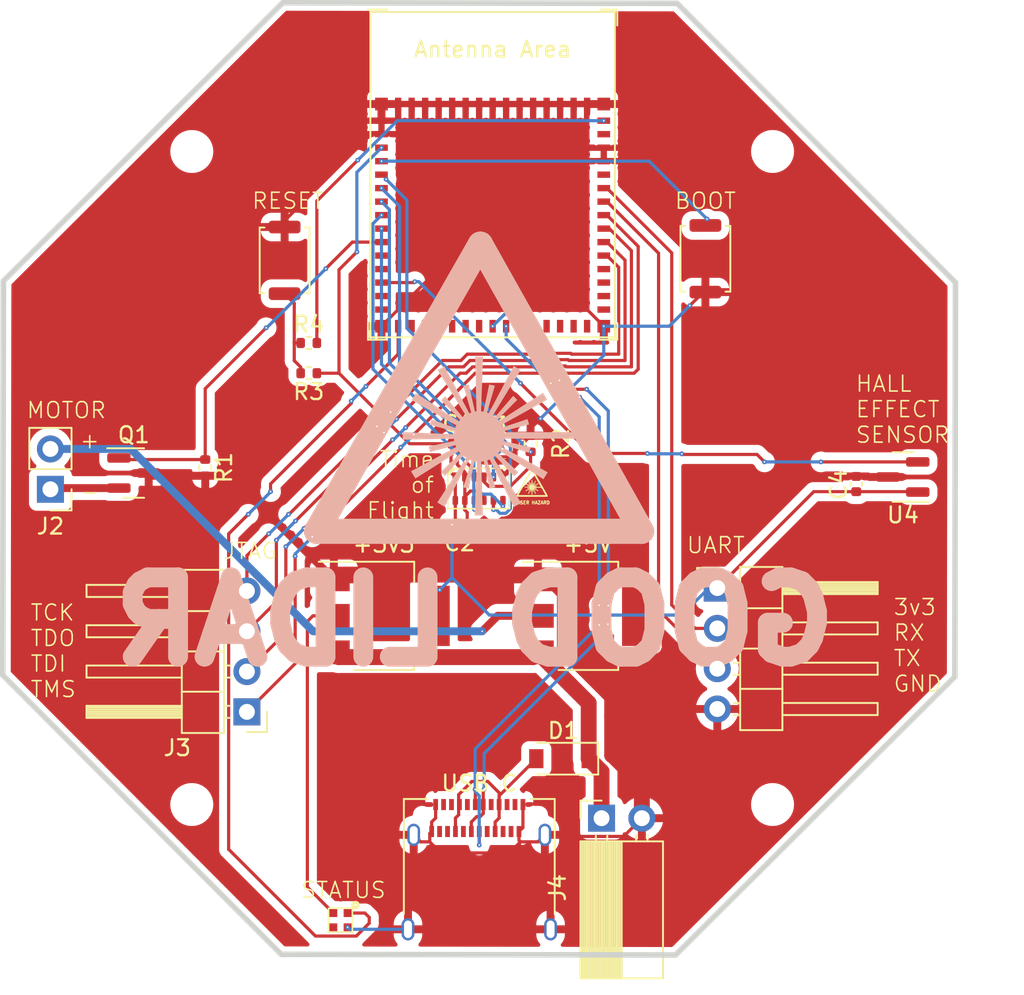
<source format=kicad_pcb>
(kicad_pcb (version 20221018) (generator pcbnew)
  (layers (0 "F.Cu" signal) (31 "B.Cu" signal) (34 "B.Paste" user) (35 "F.Paste" user) (36 "B.SilkS" user "B.Silkscreen") (37 "F.SilkS" user "F.Silkscreen") (38 "B.Mask" user) (39 "F.Mask" user) (44 "Edge.Cuts" user))
  (net 0 "")
  (net 1 "GND")
  (net 2 "+3.3V")
  (net 3 "VIN")
  (net 4 "Net-(D1-A)")
  (net 5 "RX")
  (net 6 "TX")
  (net 7 "Net-(Q1-E)")
  (net 8 "+5V")
  (net 9 "TMS")
  (net 10 "TDI")
  (net 11 "TDO")
  (net 12 "TCK")
  (net 13 "Enable_Motor")
  (net 14 "Enable")
  (net 15 "Net-(U5-GPIO0{slash}BOOT)")
  (net 16 "GPIO1")
  (net 17 "SCL")
  (net 18 "SDA")
  (net 19 "GPIO0")
  (net 20 "Hall_Effect_Sensor")
  (net 22 "D+")
  (net 23 "D-")
  (net 49 "Net-(U5-EN)")
  (net 50 "SLED")
  (net 51 "Net-(R3-Pad2)")
  (footprint "Capacitor_SMD:C_0402_1005Metric" (layer "F.Cu") (at 162.75 99.695 -90)
    (fp_text reference "C4")
    (fp_text value " X7R 0.1 μF 6.3 V")
  )
  (footprint "Button_Switch_SMD:SW_Push_SPST_NO_Alps_SKRK" (layer "F.Cu") (at 126.75 85.6 90)
    (fp_text reference "SW2" hide)
    (fp_text value "RESET")
  )
  (footprint "PCM_Espressif:ESP32-S3-MINI-1" (layer "F.Cu") (at 139.85 82.75)
    (fp_text reference "U5" hide)
    (fp_text value "ESP32-S3-MINI-1")
  )
  (footprint "Connector_PinSocket_2.54mm:PinSocket_1x02_P2.54mm_Horizontal" (layer "F.Cu") (at 146.71 120.75 90)
    (fp_text reference "J4")
    (fp_text value "VIN")
  )
  (footprint "Package_TO_SOT_SMD:SOT-23" (layer "F.Cu") (at 165.6875 99.25 180)
    (fp_text reference "U4")
    (fp_text value "DRV5055A2xDBZxQ1")
  )
  (footprint "Connector_PinHeader_2.54mm:PinHeader_1x04_P2.54mm_Horizontal" (layer "F.Cu") (at 124.375 114.05 180)
    (fp_text reference "J3")
    (fp_text value "JTAG")
  )
  (footprint "MountingHole:MountingHole_2.2mm_M2" (layer "F.Cu") (at 120.904 78.74)
    (fp_text reference "H3" hide)
    (fp_text value "MountingHole_Pad")
  )
  (footprint "Resistor_SMD:R_0402_1005Metric" (layer "F.Cu") (at 128.27 92.71 180)
    (fp_text reference "R3")
    (fp_text value "1 Mohm")
  )
  (footprint "Connector_PinHeader_2.54mm:PinHeader_1x02_P2.54mm_Vertical" (layer "F.Cu") (at 112 100.025 180)
    (fp_text reference "J2")
    (fp_text value "Motor")
  )
  (footprint "led:LC8805B-1515" (layer "F.Cu") (at 130.267722 131.326148 180)
    (fp_text reference "U3" hide)
    (fp_text value "~")
  )
  (footprint "Package_TO_SOT_SMD:SOT-23" (layer "F.Cu") (at 117.25 99)
    (fp_text reference "Q1")
    (fp_text value "BC847")
  )
  (footprint "Connector_USB:USB_C_Receptacle_Amphenol_12401610E4-2A" (layer "F.Cu") (at 139.01 124.91)
    (fp_text reference "USB C")
    (fp_text value "USB_C_Receptacle_USB2.0")
  )
  (footprint "Connector_PinHeader_2.54mm:PinHeader_1x04_P2.54mm_Horizontal" (layer "F.Cu") (at 154 106.25)
    (fp_text reference "J1" hide)
    (fp_text value "UART")
  )
  (footprint "MountingHole:MountingHole_2.2mm_M2" (layer "F.Cu") (at 157.48 119.888)
    (fp_text reference "H1" hide)
    (fp_text value "MountingHole_Pad")
  )
  (footprint "Diode_SMD:D_SOD-123" (layer "F.Cu") (at 144.25 117 180)
    (fp_text reference "D1")
    (fp_text value "MBR0520")
  )
  (footprint "MountingHole:MountingHole_2.2mm_M2" (layer "F.Cu") (at 157.48 78.74)
    (fp_text reference "H2" hide)
    (fp_text value "MountingHole_Pad")
  )
  (footprint "Package_TO_SOT_SMD:SOT-223-3_TabPin2" (layer "F.Cu") (at 133 108)
    (fp_text reference "+3v3")
    (fp_text value "AMS1117-3.3")
  )
  (footprint "Resistor_SMD:R_0402_1005Metric" (layer "F.Cu") (at 128.27 90.805)
    (fp_text reference "R4")
    (fp_text value "1 Mohm")
  )
  (footprint "Resistor_SMD:R_0402_1005Metric" (layer "F.Cu") (at 142.24 97.155 90)
    (fp_text reference "R2")
    (fp_text value "1Mohm")
  )
  (footprint "ToF:TMF8805" (layer "F.Cu") (at 138.996857 93.62647)
    (fp_text reference "U2" hide)
    (fp_text value "~")
  )
  (footprint "Resistor_SMD:R_0402_1005Metric" (layer "F.Cu") (at 121.75 98.6625 -90)
    (fp_text reference "R1")
    (fp_text value "1Mohm")
  )
  (footprint "Capacitor_SMD:C_0402_1005Metric" (layer "F.Cu") (at 137.77 97.155 180)
    (fp_text reference "C1")
    (fp_text value " X7R 0.1 μF 6.3 V")
  )
  (footprint "MountingHole:MountingHole_2.2mm_M2" (layer "F.Cu") (at 120.904 119.888)
    (fp_text reference "H5" hide)
    (fp_text value "MountingHole_Pad")
  )
  (footprint "Package_TO_SOT_SMD:SOT-223-3_TabPin2" (layer "F.Cu") (at 145.85 108)
    (fp_text reference "+5V")
    (fp_text value "AMS1117-5.0")
  )
  (footprint "Button_Switch_SMD:SW_Push_SPST_NO_Alps_SKRK" (layer "F.Cu") (at 153.25 85.5 90)
    (fp_text reference "SW1" hide)
    (fp_text value "BOOT")
  )
  (footprint "Capacitor_SMD:C_0402_1005Metric" (layer "F.Cu") (at 139.77 97.155)
    (fp_text reference "C3")
    (fp_text value " X7R 0.1 μF 6.3 V")
  )
  (footprint "Capacitor_SMD:C_0402_1005Metric" (layer "F.Cu") (at 137.77 102.25 180)
    (fp_text reference "C2")
    (fp_text value " X7R 0.1 μF 6.3 V")
  )
  (gr_poly (pts (xy 149.273751 101.87918) (xy 149.314064 101.882245) (xy 149.35379 101.887292) (xy 149.39288 101.894272) (xy 149.431284 101.903134) (xy 149.468952 101.913829) (xy 149.505834 101.926308) (xy 149.54188 101.940519) (xy 149.577041 101.956413) (xy 149.611266 101.973941) (xy 149.644506 101.993052) (xy 149.676711 102.013697) (xy 149.70783 102.035826) (xy 149.737815 102.059389) (xy 149.766615 102.084336) (xy 149.794181 102.110617) (xy 149.820462 102.138182) (xy 149.845409 102.166982) (xy 149.868971 102.196967) (xy 149.8911 102.228087) (xy 149.911745 102.260292) (xy 149.930857 102.293531) (xy 149.948384 102.327757) (xy 149.964279 102.362917) (xy 149.97849 102.398963) (xy 149.990968 102.435845) (xy 150.001663 102.473513) (xy 150.010525 102.511917) (xy 150.017505 102.551007) (xy 150.022552 102.590734) (xy 150.025617 102.631047) (xy 150.02665 102.671896) (xy 150.025618 102.712746) (xy 150.022555 102.753059) (xy 150.017512 102.792785) (xy 150.010536 102.831875) (xy 150.001679 102.870279) (xy 149.990991 102.907947) (xy 149.97852 102.944829) (xy 149.964316 102.980876) (xy 149.94843 103.016036) (xy 149.93091 103.050261) (xy 149.911807 103.083501) (xy 149.89117 103.115706) (xy 149.869049 103.146826) (xy 149.845494 103.176811) (xy 149.820555 103.205611) (xy 149.79428 103.233177) (xy 149.76672 103.259458) (xy 149.737925 103.284405) (xy 149.707944 103.307968) (xy 149.676827 103.330097) (xy 149.644624 103.350742) (xy 149.611383 103.369853) (xy 149.577156 103.387381) (xy 149.541992 103.403275) (xy 149.50594 103.417487) (xy 149.46905 103.429965) (xy 149.431373 103.44066) (xy 149.392956 103.449522) (xy 149.353851 103.456502) (xy 149.314107 103.461549) (xy 149.273774 103.464614) (xy 149.232901 103.465647) (xy 128.760767 103.465647) (xy 128.719917 103.464614) (xy 128.679604 103.461549) (xy 128.639877 103.456502) (xy 128.600787 103.449522) (xy 128.562383 103.44066) (xy 128.524715 103.429965) (xy 128.487833 103.417487) (xy 128.451787 103.403275) (xy 128.416626 103.387381) (xy 128.382401 103.369853) (xy 128.349161 103.350742) (xy 128.316956 103.330097) (xy 128.285837 103.307968) (xy 128.255852 103.284405) (xy 128.227052 103.259458) (xy 128.199486 103.233177) (xy 128.173205 103.205611) (xy 128.148258 103.176811) (xy 128.124695 103.146826) (xy 128.102566 103.115706) (xy 128.081921 103.083501) (xy 128.06281 103.050261) (xy 128.045282 103.016036) (xy 128.029388 102.980876) (xy 128.015177 102.944829) (xy 128.002699 102.907947) (xy 127.992004 102.870279) (xy 127.983141 102.831875) (xy 127.976161 102.792785) (xy 127.971114 102.753059) (xy 127.968049 102.712746) (xy 127.967017 102.671896) (xy 127.968049 102.631047) (xy 127.971114 102.590734) (xy 127.976161 102.551007) (xy 127.983141 102.511917) (xy 127.992004 102.473513) (xy 128.002699 102.435845) (xy 128.015177 102.398963) (xy 128.029388 102.362917) (xy 128.045282 102.327757) (xy 128.06281 102.293531) (xy 128.081921 102.260292) (xy 128.102566 102.228087) (xy 128.124695 102.196967) (xy 128.148258 102.166982) (xy 128.173205 102.138182) (xy 128.199486 102.110617) (xy 128.227052 102.084336) (xy 128.255852 102.059389) (xy 128.285837 102.035826) (xy 128.316956 102.013697) (xy 128.349161 101.993052) (xy 128.382401 101.973941) (xy 128.416626 101.956413) (xy 128.451787 101.940519) (xy 128.487833 101.926308) (xy 128.524715 101.913829) (xy 128.562383 101.903134) (xy 128.600787 101.894272) (xy 128.639877 101.887292) (xy 128.679604 101.882245) (xy 128.719917 101.87918) (xy 128.760767 101.878147) (xy 149.232901 101.878147)) (fill solid) (layer "B.SilkS"))
  (gr_poly (pts (xy 139.13541 83.788755) (xy 139.173819 83.792362) (xy 139.212161 83.79787) (xy 139.250368 83.805299) (xy 139.288371 83.814667) (xy 139.326103 83.825992) (xy 139.363495 83.839293) (xy 139.400479 83.854589) (xy 139.436988 83.871899) (xy 139.472952 83.891241) (xy 139.507915 83.912378) (xy 139.541406 83.935015) (xy 139.573406 83.959082) (xy 139.603895 83.984513) (xy 139.632856 84.011239) (xy 139.66027 84.039193) (xy 139.686118 84.068305) (xy 139.710382 84.098509) (xy 139.733042 84.129736) (xy 139.754081 84.161919) (xy 139.77348 84.194988) (xy 139.79122 84.228877) (xy 139.807282 84.263516) (xy 139.821649 84.298839) (xy 139.834301 84.334777) (xy 139.84522 84.371262) (xy 139.854387 84.408226) (xy 139.861783 84.445601) (xy 139.86739 84.483319) (xy 139.87119 84.521311) (xy 139.873164 84.559511) (xy 139.873292 84.59785) (xy 139.871558 84.63626) (xy 139.867941 84.674673) (xy 139.862423 84.71302) (xy 139.854987 84.751235) (xy 139.845612 84.789248) (xy 139.834281 84.826992) (xy 139.820975 84.864399) (xy 139.805675 84.901401) (xy 139.788363 84.937929) (xy 139.76902 84.973917) (xy 129.45027 103.064801) (xy 129.4362 103.088578) (xy 129.421438 103.111687) (xy 129.406004 103.13412) (xy 129.38992 103.155874) (xy 129.373206 103.176941) (xy 129.355884 103.197317) (xy 129.337973 103.216995) (xy 129.319496 103.235971) (xy 129.300473 103.254238) (xy 129.280924 103.271791) (xy 129.260871 103.288624) (xy 129.240334 103.304732) (xy 129.219335 103.320108) (xy 129.197895 103.334749) (xy 129.176033 103.348647) (xy 129.153772 103.361797) (xy 129.131131 103.374194) (xy 129.108133 103.385831) (xy 129.084797 103.396704) (xy 129.061144 103.406807) (xy 129.012974 103.424679) (xy 128.963789 103.439402) (xy 128.913755 103.450932) (xy 128.888473 103.455485) (xy 128.863041 103.459223) (xy 128.83748 103.46214) (xy 128.811813 103.464231) (xy 128.786058 103.465489) (xy 128.760237 103.46591) (xy 128.735219 103.465513) (xy 128.710181 103.464317) (xy 128.685142 103.462318) (xy 128.660121 103.459511) (xy 128.635136 103.455892) (xy 128.610205 103.451456) (xy 128.585345 103.446198) (xy 128.560576 103.440114) (xy 128.535916 103.433199) (xy 128.511382 103.425448) (xy 128.486993 103.416858) (xy 128.462767 103.407422) (xy 128.438723 103.397136) (xy 128.414878 103.385997) (xy 128.391251 103.373998) (xy 128.36786 103.361136) (xy 128.332896 103.340023) (xy 128.299405 103.317409) (xy 128.267406 103.293362) (xy 128.236916 103.267951) (xy 128.207954 103.241242) (xy 128.18054 103.213305) (xy 128.154691 103.184207) (xy 128.130426 103.154016) (xy 128.107763 103.122801) (xy 128.086722 103.090629) (xy 128.067321 103.057568) (xy 128.049577 103.023686) (xy 128.033511 102.989052) (xy 128.01914 102.953733) (xy 128.006483 102.917797) (xy 127.995558 102.881313) (xy 127.986385 102.844349) (xy 127.978981 102.806971) (xy 127.973365 102.769249) (xy 127.969556 102.731251) (xy 127.967573 102.693044) (xy 127.967433 102.654697) (xy 127.969155 102.616277) (xy 127.972759 102.577853) (xy 127.978262 102.539492) (xy 127.985683 102.501263) (xy 127.99504 102.463233) (xy 128.006353 102.425471) (xy 128.01964 102.388045) (xy 128.034918 102.351022) (xy 128.052208 102.314471) (xy 128.071527 102.27846) (xy 138.390277 84.187575) (xy 138.411414 84.15261) (xy 138.434053 84.119117) (xy 138.458124 84.087114) (xy 138.483559 84.05662) (xy 138.510291 84.027652) (xy 138.538251 84.000232) (xy 138.56737 83.974376) (xy 138.597582 83.950103) (xy 138.628817 83.927433) (xy 138.661007 83.906383) (xy 138.694085 83.886974) (xy 138.727981 83.869222) (xy 138.762629 83.853148) (xy 138.79796 83.838769) (xy 138.833905 83.826105) (xy 138.870396 83.815174) (xy 138.907366 83.805994) (xy 138.944746 83.798586) (xy 138.982467 83.792966) (xy 139.020463 83.789155) (xy 139.058664 83.78717) (xy 139.097002 83.78703)) (fill solid) (layer "B.SilkS"))
  (gr_poly (pts (xy 139.123702 95.114075) (xy 139.273456 95.137623) (xy 139.633554 93.419948) (xy 139.993387 93.498529) (xy 139.49597 95.193185) (xy 139.607095 95.234724) (xy 141.175545 92.258162) (xy 141.613959 92.506341) (xy 139.866916 95.372307) (xy 140.001324 95.470997) (xy 141.146705 94.135116) (xy 141.398853 94.391498) (xy 140.169599 95.629747) (xy 140.254265 95.730553) (xy 143.021014 93.946203) (xy 143.285597 94.376151) (xy 140.408253 95.972119) (xy 140.478633 96.128487) (xy 142.04523 95.600113) (xy 142.150006 95.941691) (xy 140.545837 96.351001) (xy 140.584466 96.426936) (xy 145.189803 96.426936) (xy 145.189803 96.83466) (xy 140.584466 96.83466) (xy 140.558008 96.98706) (xy 142.249224 97.369118) (xy 142.133336 97.722072) (xy 140.496095 97.222274) (xy 140.444237 97.352185) (xy 143.318404 98.956618) (xy 143.048266 99.392386) (xy 140.295541 97.61174) (xy 140.186267 97.749853) (xy 141.466323 98.956618) (xy 141.201739 99.204796) (xy 140.002647 97.926596) (xy 139.883319 98.01523) (xy 141.642799 100.88596) (xy 141.190891 101.13414) (xy 139.658424 98.140908) (xy 139.504172 98.202292) (xy 140.022226 99.888479) (xy 139.669536 99.987698) (xy 139.288272 98.258118) (xy 139.123702 98.279549) (xy 139.234032 101.674418) (xy 138.715714 101.674418) (xy 138.859118 98.284312) (xy 138.707512 98.284312) (xy 138.341064 99.987698) (xy 138.004778 99.899327) (xy 138.52151 98.231924) (xy 138.378899 98.158371) (xy 136.822356 101.13414) (xy 136.367537 100.857119) (xy 138.178345 98.041689) (xy 137.98467 97.91707) (xy 136.842993 99.182835) (xy 136.57841 98.922488) (xy 137.821951 97.754087) (xy 137.715589 97.629468) (xy 134.986941 99.343968) (xy 134.70569 98.893383) (xy 137.561601 97.356682) (xy 137.511331 97.240001) (xy 135.925418 97.68212) (xy 135.8262 97.32652) (xy 137.438041 96.975153) (xy 137.414229 96.830426) (xy 134.188958 96.900805) (xy 134.188958 96.425349) (xy 137.414229 96.55764) (xy 137.446243 96.380635) (xy 135.875676 95.958095) (xy 135.999766 95.615196) (xy 137.503657 96.172937) (xy 137.576947 95.998576) (xy 134.746964 94.407901) (xy 135.028216 93.969752) (xy 137.730141 95.749074) (xy 137.809251 95.651973) (xy 136.607514 94.420337) (xy 136.863631 94.168189) (xy 137.973029 95.491105) (xy 138.148447 95.361459) (xy 136.384205 92.518512) (xy 136.814153 92.270597) (xy 138.384985 95.247159) (xy 138.503519 95.193185) (xy 138.004778 93.490062) (xy 138.351912 93.428149) (xy 138.736616 95.128362) (xy 138.837158 95.114075) (xy 138.748787 91.658616) (xy 139.24488 91.658616)) (fill solid) (layer "B.SilkS"))
  (gr_poly (pts (xy 139.106254 83.78765) (xy 139.144437 83.789896) (xy 139.1824 83.793969) (xy 139.220075 83.799851) (xy 139.257395 83.807521) (xy 139.294291 83.816962) (xy 139.330695 83.828152) (xy 139.36654 83.841074) (xy 139.401758 83.855707) (xy 139.436281 83.872032) (xy 139.470041 83.89003) (xy 139.502971 83.909682) (xy 139.535002 83.930967) (xy 139.566067 83.953867) (xy 139.596098 83.978362) (xy 139.625027 84.004433) (xy 139.652787 84.032061) (xy 139.679309 84.061226) (xy 139.704526 84.091908) (xy 139.728369 84.124089) (xy 139.750772 84.157749) (xy 139.771665 84.192868) (xy 149.925049 102.283753) (xy 149.944142 102.319882) (xy 149.9612 102.356538) (xy 149.976242 102.393654) (xy 149.989287 102.431162) (xy 150.000354 102.468993) (xy 150.009463 102.507079) (xy 150.016633 102.545354) (xy 150.021883 102.583748) (xy 150.025231 102.622195) (xy 150.026698 102.660625) (xy 150.026302 102.698972) (xy 150.024062 102.737166) (xy 150.019997 102.775141) (xy 150.014128 102.812829) (xy 150.006472 102.85016) (xy 149.997049 102.887068) (xy 149.985878 102.923485) (xy 149.972978 102.959342) (xy 149.958369 102.994572) (xy 149.942069 103.029107) (xy 149.924098 103.062879) (xy 149.904474 103.095819) (xy 149.883217 103.127861) (xy 149.860346 103.158936) (xy 149.835881 103.188976) (xy 149.80984 103.217913) (xy 149.782242 103.245679) (xy 149.753106 103.272207) (xy 149.722453 103.297429) (xy 149.6903 103.321276) (xy 149.656667 103.34368) (xy 149.621573 103.364575) (xy 149.598387 103.377006) (xy 149.574976 103.388604) (xy 149.55136 103.399373) (xy 149.527555 103.409318) (xy 149.50358 103.418443) (xy 149.479452 103.426752) (xy 149.455189 103.43425) (xy 149.430809 103.44094) (xy 149.40633 103.446827) (xy 149.381769 103.451916) (xy 149.357145 103.45621) (xy 149.332475 103.459713) (xy 149.307777 103.462431) (xy 149.283069 103.464367) (xy 149.258369 103.465525) (xy 149.233695 103.46591) (xy 149.181732 103.464207) (xy 149.130136 103.459128) (xy 149.079077 103.450723) (xy 149.028721 103.439039) (xy 148.979238 103.424123) (xy 148.930796 103.406026) (xy 148.883565 103.384793) (xy 148.837712 103.360474) (xy 148.793406 103.333116) (xy 148.750816 103.302768) (xy 148.710111 103.269478) (xy 148.671458 103.233293) (xy 148.635027 103.194261) (xy 148.600986 103.152432) (xy 148.569504 103.107852) (xy 148.540749 103.06057) (xy 138.387366 84.969685) (xy 138.368273 84.933557) (xy 138.351215 84.896902) (xy 138.336174 84.85979) (xy 138.323129 84.822287) (xy 138.312062 84.784462) (xy 138.302953 84.746382) (xy 138.295785 84.708116) (xy 138.290536 84.66973) (xy 138.28719 84.631294) (xy 138.285725 84.592874) (xy 138.286124 84.554538) (xy 138.288367 84.516355) (xy 138.292435 84.478392) (xy 138.298309 84.440716) (xy 138.30597 84.403397) (xy 138.315399 84.366501) (xy 138.326576 84.330097) (xy 138.339483 84.294252) (xy 138.354101 84.259034) (xy 138.37041 84.224511) (xy 138.388392 84.190751) (xy 138.408027 84.157821) (xy 138.429296 84.12579) (xy 138.45218 84.094725) (xy 138.47666 84.064694) (xy 138.502718 84.035764) (xy 138.530333 84.008005) (xy 138.559486 83.981483) (xy 138.59016 83.956266) (xy 138.622334 83.932423) (xy 138.655989 83.91002) (xy 138.691107 83.889127) (xy 138.727236 83.869987) (xy 138.76389 83.852889) (xy 138.801002 83.837812) (xy 138.838505 83.824738) (xy 138.87633 83.813646) (xy 138.91441 83.804518) (xy 138.952676 83.797334) (xy 138.991062 83.792074) (xy 139.029498 83.78872) (xy 139.067918 83.787252)) (fill solid) (layer "B.SilkS"))
  (gr_poly (pts (xy 139.080917 95.116136) (xy 139.161416 95.122257) (xy 139.240745 95.132337) (xy 139.318804 95.146277) (xy 139.395493 95.163977) (xy 139.470713 95.185337) (xy 139.544364 95.210258) (xy 139.616347 95.23864) (xy 139.686562 95.270383) (xy 139.754909 95.305388) (xy 139.821289 95.343556) (xy 139.885602 95.384787) (xy 139.947749 95.42898) (xy 140.00763 95.476037) (xy 140.065145 95.525858) (xy 140.120195 95.578344) (xy 140.172681 95.633394) (xy 140.222502 95.690909) (xy 140.269559 95.75079) (xy 140.313752 95.812937) (xy 140.354983 95.87725) (xy 140.39315 95.943631) (xy 140.428156 96.011978) (xy 140.459899 96.082193) (xy 140.488281 96.154175) (xy 140.513202 96.227826) (xy 140.534562 96.303046) (xy 140.552262 96.379736) (xy 140.566201 96.457794) (xy 140.576282 96.537123) (xy 140.582403 96.617622) (xy 140.584466 96.699192) (xy 140.582403 96.780762) (xy 140.576282 96.861261) (xy 140.566201 96.94059) (xy 140.552262 97.018649) (xy 140.534562 97.095338) (xy 140.513202 97.170558) (xy 140.488281 97.244209) (xy 140.459899 97.316192) (xy 140.428156 97.386407) (xy 140.39315 97.454754) (xy 140.354983 97.521134) (xy 140.313752 97.585447) (xy 140.269559 97.647594) (xy 140.222502 97.707475) (xy 140.172681 97.764991) (xy 140.120195 97.820041) (xy 140.065145 97.872526) (xy 140.00763 97.922347) (xy 139.947749 97.969404) (xy 139.885602 98.013598) (xy 139.821289 98.054828) (xy 139.754909 98.092996) (xy 139.686562 98.128002) (xy 139.616347 98.159745) (xy 139.544364 98.188127) (xy 139.470713 98.213048) (xy 139.395493 98.234408) (xy 139.318804 98.252108) (xy 139.240745 98.266047) (xy 139.161416 98.276128) (xy 139.080917 98.282249) (xy 138.999347 98.284312) (xy 138.917777 98.282249) (xy 138.837278 98.276128) (xy 138.757949 98.266047) (xy 138.67989 98.252108) (xy 138.603201 98.234408) (xy 138.527981 98.213048) (xy 138.45433 98.188127) (xy 138.382347 98.159745) (xy 138.312132 98.128002) (xy 138.243785 98.092996) (xy 138.177405 98.054828) (xy 138.113092 98.013598) (xy 138.050945 97.969404) (xy 137.991064 97.922347) (xy 137.933549 97.872526) (xy 137.878499 97.820041) (xy 137.826013 97.764991) (xy 137.776192 97.707475) (xy 137.729135 97.647594) (xy 137.684941 97.585447) (xy 137.643711 97.521134) (xy 137.605543 97.454754) (xy 137.570538 97.386407) (xy 137.538795 97.316192) (xy 137.510413 97.244209) (xy 137.485492 97.170558) (xy 137.464132 97.095338) (xy 137.446432 97.018649) (xy 137.432492 96.94059) (xy 137.422412 96.861261) (xy 137.416291 96.780762) (xy 137.414228 96.699192) (xy 137.416291 96.617622) (xy 137.422412 96.537123) (xy 137.432492 96.457794) (xy 137.446432 96.379736) (xy 137.464132 96.303046) (xy 137.485492 96.227826) (xy 137.510413 96.154175) (xy 137.538795 96.082193) (xy 137.570538 96.011978) (xy 137.605543 95.943631) (xy 137.643711 95.87725) (xy 137.684941 95.812937) (xy 137.729135 95.75079) (xy 137.776192 95.690909) (xy 137.826013 95.633394) (xy 137.878499 95.578344) (xy 137.933549 95.525858) (xy 137.991064 95.476037) (xy 138.050945 95.42898) (xy 138.113092 95.384787) (xy 138.177405 95.343556) (xy 138.243785 95.305388) (xy 138.312132 95.270383) (xy 138.382347 95.23864) (xy 138.45433 95.210258) (xy 138.527981 95.185337) (xy 138.603201 95.163977) (xy 138.67989 95.146277) (xy 138.757949 95.132337) (xy 138.837278 95.122257) (xy 138.917777 95.116136) (xy 138.999347 95.114073)) (fill solid) (layer "B.SilkS"))
  (gr_line (start 169 87) (end 151.466595 69.409759) (stroke (width 0.349999)) (layer "Edge.Cuts"))
  (gr_line (start 168.959813 111.836166) (end 169 87) (stroke (width 0.349999)) (layer "Edge.Cuts"))
  (gr_line (start 151.369572 129.369571) (end 168.959813 111.836166) (stroke (width 0.349999)) (layer "Edge.Cuts"))
  (gr_line (start 109.000002 111.739143) (end 126.533408 129.329384) (stroke (width 0.349999)) (layer "Edge.Cuts"))
  (gr_line (start 109.04019 86.902977) (end 109.000002 111.739143) (stroke (width 0.349999)) (layer "Edge.Cuts"))
  (gr_line (start 126.533408 129.329384) (end 151.369572 129.369571) (stroke (width 0.349999)) (layer "Edge.Cuts"))
  (gr_line (start 126.630431 69.369571) (end 109.04019 86.902977) (stroke (width 0.349999)) (layer "Edge.Cuts"))
  (gr_line (start 151.466595 69.409759) (end 126.630431 69.369571) (stroke (width 0.349999)) (layer "Edge.Cuts"))
  (gr_text "GOOD LIDAR" (at 162.052 111.252) (layer "B.SilkS") (effects (font (size 5 5) (thickness 1.25) bold) (justify left bottom mirror)))
  (gr_text "RESET" (at 124.632249 82.43419) (layer "F.SilkS") (effects (font (size 1 1) (thickness 0.1)) (justify left bottom)))
  (gr_text "Time\nof\nFlight" (at 136.230184 101.943339) (layer "F.SilkS") (effects (font (size 1 1) (thickness 0.1)) (justify right bottom)))
  (gr_text "3v3\nRX\nTX\nGND" (at 165.038905 112.865381) (layer "F.SilkS") (effects (font (size 1 1) (thickness 0.1)) (justify left bottom)))
  (gr_text "STATUS" (at 127.72234 125.865759) (layer "F.SilkS") (effects (font (size 1 1) (thickness 0.1)) (justify left bottom)))
  (gr_text "HALL\nEFFECT\nSENSOR" (at 162.654394 97.180269) (layer "F.SilkS") (effects (font (size 1 1) (thickness 0.1)) (justify left bottom)))
  (gr_text "TCK\nTDO\nTDI\nTMS" (at 110.685609 113.209845) (layer "F.SilkS") (effects (font (size 1 1) (thickness 0.1)) (justify left bottom)))
  (gr_text "BOOT" (at 151.257054 82.434525) (layer "F.SilkS") (effects (font (size 1 1) (thickness 0.1)) (justify left bottom)))
  (gr_text "JTAG" (at 122.834984 104.499103) (layer "F.SilkS") (effects (font (size 1 1) (thickness 0.1)) (justify left bottom)))
  (gr_text "MOTOR" (at 110.440365 95.627104) (layer "F.SilkS") (effects (font (size 1 1) (thickness 0.1)) (justify left bottom)))
  (gr_text "UART" (at 152.00775 104.136575) (layer "F.SilkS") (effects (font (size 1 1) (thickness 0.1)) (justify left bottom)))
  (gr_text "+\n\n-" (at 113.792 100.754306) (layer "F.SilkS") (effects (font (size 1 1) (thickness 0.1)) (justify left bottom)))
  (segment (start 160.062484 99.215) (end 153.25 92.402516) (width 0.2) (layer "F.Cu") (net 1))
  (segment (start 139.85 75.75) (end 132.85 75.75) (width 0.2) (layer "F.Cu") (net 1))
  (segment (start 139.875 79.35) (end 139.85 79.375) (width 0.2) (layer "F.Cu") (net 1))
  (segment (start 126.75 83.1) (end 132.2 77.65) (width 0.2) (layer "F.Cu") (net 1))
  (segment (start 135.89 122.24) (end 135.32 122.24) (width 0.2) (layer "F.Cu") (net 1))
  (segment (start 140.5 99.25) (end 140.5 98.962501) (width 0.2) (layer "F.Cu") (net 1))
  (segment (start 138.1 100.726) (end 138.1 101.295) (width 0.2) (layer "F.Cu") (net 1))
  (segment (start 144.4 110.11) (end 144.4 106.55) (width 1) (layer "F.Cu") (net 1))
  (segment (start 142.24 96.645) (end 142.24 96.197736) (width 0.2) (layer "F.Cu") (net 1))
  (segment (start 143.24 121.9) (end 148.1 121.9) (width 0.2) (layer "F.Cu") (net 1))
  (segment (start 138.25 102.25) (end 138.25 105.202907) (width 0.2) (layer "F.Cu") (net 1))
  (segment (start 143.5 125.532688) (end 140.906156 122.938844) (width 0.2) (layer "F.Cu") (net 1))
  (segment (start 139.3 100.726) (end 139.3 100.438501) (width 0.2) (layer "F.Cu") (net 1))
  (segment (start 143.5 127.75) (end 143.5 125.532688) (width 0.2) (layer "F.Cu") (net 1))
  (segment (start 142.7 122.24) (end 141.605 122.24) (width 0.2) (layer "F.Cu") (net 1))
  (segment (start 136.26 120.74) (end 136.01 120.99) (width 0.2) (layer "F.Cu") (net 1))
  (segment (start 147.808528 113.87) (end 147.378528 114.3) (width 0.2) (layer "F.Cu") (net 1))
  (segment (start 142.7 105.7) (end 142.4 105.4) (width 1) (layer "F.Cu") (net 1))
  (segment (start 123.3225 99.1725) (end 129.85 105.7) (width 0.5) (layer "F.Cu") (net 1))
  (segment (start 135.89 121.71) (end 136.01 121.59) (width 0.2) (layer "F.Cu") (net 1))
  (segment (start 136.01 120.99) (end 136.01 121.59) (width 0.2) (layer "F.Cu") (net 1))
  (segment (start 143.14 121.8) (end 143.24 121.9) (width 0.2) (layer "F.Cu") (net 1))
  (segment (start 146.85 79.35) (end 146.85 78.5) (width 0.2) (layer "F.Cu") (net 1))
  (segment (start 146.85 79.35) (end 139.875 79.35) (width 0.2) (layer "F.Cu") (net 1))
  (segment (start 138.2 82.75) (end 138.2 84.4) (width 0.2) (layer "F.Cu") (net 1))
  (segment (start 121.75 99.1725) (end 123.3225 99.1725) (width 0.5) (layer "F.Cu") (net 1))
  (segment (start 138.2 81.1) (end 138.2 82.75) (width 0.2) (layer "F.Cu") (net 1))
  (segment (start 139.85 81.1) (end 141.5 81.1) (width 0.2) (layer "F.Cu") (net 1))
  (segment (start 138.1 99.25) (end 138.1 98.944925) (width 0.2) (layer "F.Cu") (net 1))
  (segment (start 126.75 83.5) (end 126.75 83.1) (width 0.2) (layer "F.Cu") (net 1))
  (segment (start 137.718767 97.686233) (end 138.25 97.155) (width 0.2) (layer "F.Cu") (net 1))
  (segment (start 138.0815 101.3135) (end 138.25 101.482) (width 0.2) (layer "F.Cu") (net 1))
  (segment (start 137.629339 98.474264) (end 137.629339 98.06005) (width 0.2) (layer "F.Cu") (net 1))
  (segment (start 132.85 89.75) (end 138.2 84.4) (width 0.2) (layer "F.Cu") (net 1))
  (segment (start 143.55 105.7) (end 142.7 105.7) (width 1) (layer "F.Cu") (net 1))
  (segment (start 139.85 81.1) (end 139.85 79.375) (width 0.2) (layer "F.Cu") (net 1))
  (segment (start 147.378528 113.088528) (end 147.378528 114.3) (width 1) (layer "F.Cu") (net 1))
  (segment (start 140.903566 97.981434) (end 142.24 96.645) (width 0.2) (layer "F.Cu") (net 1))
  (segment (start 130.15 105.4) (end 129.85 105.7) (width 1) (layer "F.Cu") (net 1))
  (segment (start 136.588844 122.938844) (end 135.89 122.24) (width 0.2) (layer "F.Cu") (net 1))
  (segment (start 135.89 122.24) (end 135.89 121.71) (width 0.2) (layer "F.Cu") (net 1))
  (segment (start 138.1 101.295) (end 138.0815 101.3135) (width 0.2) (layer "F.Cu") (net 1))
  (segment (start 154 113.87) (end 147.808528 113.87) (width 0.2) (layer "F.Cu") (net 1))
  (segment (start 134.52 126.365) (end 134.52 125.007688) (width 0.2) (layer "F.Cu") (net 1))
  (segment (start 141.605 122.24) (end 141.51 122.145) (width 0.2) (layer "F.Cu") (net 1))
  (segment (start 138.449568 100.1385) (end 138.1 100.488068) (width 0.2) (layer "F.Cu") (net 1))
  (segment (start 140.5 99.02) (end 140.5 99.25) (width 0.2) (layer "F.Cu") (net 1))
  (segment (start 139.3 100.438501) (end 138.999999 100.1385) (width 0.2) (layer "F.Cu") (net 1))
  (segment (start 135.32 122.24) (end 134.88 121.8) (width 0.2) (layer "F.Cu") (net 1))
  (segment (start 138.1 100.488068) (end 138.1 100.726) (width 0.2) (layer "F.Cu") (net 1))
  (segment (start 142.4 105.4) (end 139.065 105.4) (width 1) (layer "F.Cu") (net 1))
  (segment (start 138.1 100.726) (end 138.1 99.25) (width 0.2) (layer "F.Cu") (net 1))
  (segment (start 141.76 119.89) (end 141.76 121.34) (width 0.2) (layer "F.Cu") (net 1))
  (segment (start 141.51 122.145) (end 141.51 121.59) (width 0.2) (layer "F.Cu") (net 1))
  (segment (start 134.52 127.75) (end 134.52 126.365) (width 0.2) (layer "F.Cu") (net 1))
  (segment (start 147.378528 116.781472) (end 147.411472 116.781472) (width 1) (layer "F.Cu") (net 1))
  (segment (start 138.999999 100.1385) (end 138.449568 100.1385) (width 0.2) (layer "F.Cu") (net 1))
  (segment (start 153.25 92.402516) (end 153.25 87.6) (width 0.2) (layer "F.Cu") (net 1))
  (segment (start 139.065 105.4) (end 138.447093 105.4) (width 1) (layer "F.Cu") (net 1))
  (segment (start 142.24 96.197736) (end 142.866453 95.571283) (width 0.2) (layer "F.Cu") (net 1))
  (segment (start 132.85 75.75) (end 132.85 77.65) (width 0.2) (layer "F.Cu") (net 1))
  (segment (start 141.5 81.1) (end 141.5 82.75) (width 0.2) (layer "F.Cu") (net 1))
  (segment (start 140.116434 98.578935) (end 140.116434 97.981434) (width 0.2) (layer "F.Cu") (net 1))
  (segment (start 162.75 99.215) (end 160.062484 99.215) (width 0.2) (layer "F.Cu") (net 1))
  (segment (start 140.906156 122.938844) (end 136.588844 122.938844) (width 0.2) (layer "F.Cu") (net 1))
  (segment (start 138.25 105.202907) (end 138.447093 105.4) (width 0.2) (layer "F.Cu") (net 1))
  (segment (start 136.26 119.89) (end 136.26 120.74) (width 0.2) (layer "F.Cu") (net 1))
  (segment (start 148.1 121.9) (end 149.25 120.75) (width 0.2) (layer "F.Cu") (net 1))
  (segment (start 147.411472 116.781472) (end 149.25 118.62) (width 1) (layer "F.Cu") (net 1))
  (segment (start 138.1 98.944925) (end 137.629339 98.474264) (width 0.2) (layer "F.Cu") (net 1))
  (segment (start 141.605 122.24) (end 140.906156 122.938844) (width 0.2) (layer "F.Cu") (net 1))
  (segment (start 138.2 82.75) (end 139.85 82.75) (width 0.2) (layer "F.Cu") (net 1))
  (segment (start 153.25 87.6) (end 153.121538 87.6) (width 0.2) (layer "F.Cu") (net 1))
  (segment (start 146.85 89.75) (end 141.5 84.4) (width 0.2) (layer "F.Cu") (net 1))
  (segment (start 144.4 110.11) (end 147.378528 113.088528) (width 1) (layer "F.Cu") (net 1))
  (segment (start 140.5 99.25) (end 140.5 98.96) (width 0.2) (layer "F.Cu") (net 1))
  (segment (start 138.447093 105.4) (end 130.15 105.4) (width 1) (layer "F.Cu") (net 1))
  (segment (start 143.14 121.8) (end 142.7 122.24) (width 0.2) (layer "F.Cu") (net 1))
  (segment (start 134.52 125.007688) (end 136.588844 122.938844) (width 0.2) (layer "F.Cu") (net 1))
  (segment (start 132.2 77.65) (end 132.85 77.65) (width 0.2) (layer "F.Cu") (net 1))
  (segment (start 140.5 98.962501) (end 140.116434 98.578935) (width 0.2) (layer "F.Cu") (net 1))
  (segment (start 140.565 99.185) (end 140.5 99.25) (width 0.2) (layer "F.Cu") (net 1))
  (segment (start 138.25 97.155) (end 139.29 97.155) (width 0.2) (layer "F.Cu") (net 1))
  (segment (start 138.2 84.4) (end 139.85 84.4) (width 0.2) (layer "F.Cu") (net 1))
  (segment (start 147.378528 114.3) (end 147.378528 116.781472) (width 1) (layer "F.Cu") (net 1))
  (segment (start 137.718767 97.970622) (end 137.718767 97.686233) (width 0.2) (layer "F.Cu") (net 1))
  (segment (start 121.75 99.1725) (end 118.36 99.1725) (width 0.5) (layer "F.Cu") (net 1))
  (segment (start 139.85 79.375) (end 139.85 75.75) (width 0.2) (layer "F.Cu") (net 1))
  (segment (start 149.25 120.75) (end 149.25 118.62) (width 1) (layer "F.Cu") (net 1))
  (segment (start 153.121538 87.6) (end 152.267304 88.454234) (width 0.2) (layer "F.Cu") (net 1))
  (segment (start 138.25 101.482) (end 138.25 102.25) (width 0.2) (layer "F.Cu") (net 1))
  (segment (start 141.5 82.75) (end 141.5 84.4) (width 0.2) (layer "F.Cu") (net 1))
  (segment (start 138.2 81.1) (end 139.85 81.1) (width 0.2) (layer "F.Cu") (net 1))
  (segment (start 140.51765 99.26765) (end 140.5 99.25) (width 0.2) (layer "F.Cu") (net 1))
  (segment (start 164.75 99.25) (end 162.785 99.25) (width 0.2) (layer "F.Cu") (net 1))
  (segment (start 141.5 82.75) (end 139.85 82.75) (width 0.2) (layer "F.Cu") (net 1))
  (segment (start 140.116434 97.981434) (end 139.29 97.155) (width 0.2) (layer "F.Cu") (net 1))
  (segment (start 118.36 99.1725) (end 118.1875 99) (width 0.2) (layer "F.Cu") (net 1))
  (segment (start 139.85 75.75) (end 146.85 75.75) (width 0.2) (layer "F.Cu") (net 1))
  (segment (start 141.5 84.4) (end 139.85 84.4) (width 0.2) (layer "F.Cu") (net 1))
  (segment (start 144.4 106.55) (end 143.55 105.7) (width 1) (layer "F.Cu") (net 1))
  (segment (start 140.116434 97.981434) (end 140.903566 97.981434) (width 0.2) (layer "F.Cu") (net 1))
  (segment (start 137.629339 98.06005) (end 137.718767 97.970622) (width 0.2) (layer "F.Cu") (net 1))
  (segment (start 139.85 82.75) (end 139.85 84.4) (width 0.2) (layer "F.Cu") (net 1))
  (segment (start 162.785 99.25) (end 162.75 99.215) (width 0.2) (layer "F.Cu") (net 1))
  (segment (start 141.76 121.34) (end 141.51 121.59) (width 0.2) (layer "F.Cu") (net 1))
  (via micro (at 142.866453 95.571283) (size 0.3) (drill 0.1) (layers "F.Cu" "B.Cu") (net 1))
  (via micro (at 152.267304 88.454234) (size 0.3) (drill 0.1) (layers "F.Cu" "B.Cu") (net 1))
  (via micro (at 146.85 89.75) (size 0.3) (drill 0.1) (layers "F.Cu" "B.Cu") (net 1))
  (via micro (at 130.717722 127.626148) (size 0.3) (drill 0.1) (layers "F.Cu" "B.Cu") (net 1))
  (segment (start 152.267304 88.454234) (end 150.971538 89.75) (width 0.2) (layer "B.Cu") (net 1))
  (segment (start 134.52 127.75) (end 130.841574 127.75) (width 0.2) (layer "B.Cu") (net 1))
  (segment (start 146.85 91.587736) (end 146.85 89.75) (width 0.2) (layer "B.Cu") (net 1))
  (segment (start 130.841574 127.75) (end 130.717722 127.626148) (width 0.2) (layer "B.Cu") (net 1))
  (segment (start 150.971538 89.75) (end 146.85 89.75) (width 0.2) (layer "B.Cu") (net 1))
  (segment (start 142.866453 95.571283) (end 146.85 91.587736) (width 0.2) (layer "B.Cu") (net 1))
  (segment (start 136.15 108) (end 136.15 106.735043) (width 0.2) (layer "F.Cu") (net 2))
  (segment (start 137.29 97.155) (end 137.9 96.545) (width 0.2) (layer "F.Cu") (net 2))
  (segment (start 137.5 102.04) (end 137.29 102.25) (width 0.2) (layer "F.Cu") (net 2))
  (segment (start 130.175 92.71) (end 128.78 92.71) (width 0.2) (layer "F.Cu") (net 2))
  (segment (start 137.29 97.833704) (end 137.229339 97.894365) (width 0.2) (layer "F.Cu") (net 2))
  (segment (start 130.175 86.190491) (end 131.300185 85.065306) (width 0.2) (layer "F.Cu") (net 2))
  (segment (start 140.25 97.155) (end 140.25 97.266667) (width 0.2) (layer "F.Cu") (net 2))
  (segment (start 162.75 100.175) (end 160.075 100.175) (width 0.2) (layer "F.Cu") (net 2))
  (segment (start 136.15 106.735043) (end 136.51752 106.367523) (width 0.2) (layer "F.Cu") (net 2))
  (segment (start 128.531523 108) (end 129.85 108) (width 0.2) (layer "F.Cu") (net 2))
  (segment (start 130.175 92.71) (end 130.175 86.190491) (width 0.2) (layer "F.Cu") (net 2))
  (segment (start 128.183117 125.091543) (end 128.183117 108.348406) (width 0.2) (layer "F.Cu") (net 2))
  (segment (start 137.29 97.155) (end 137.29 97.833704) (width 0.2) (layer "F.Cu") (net 2))
  (segment (start 137.5 99.695) (end 137.5 99.25) (width 0.2) (layer "F.Cu") (net 2))
  (segment (start 137.5 100.726) (end 137.5 99.695) (width 0.2) (layer "F.Cu") (net 2))
  (segment (start 128.183117 108.348406) (end 128.531523 108) (width 0.2) (layer "F.Cu") (net 2))
  (segment (start 137.229339 98.979339) (end 137.5 99.25) (width 0.2) (layer "F.Cu") (net 2))
  (segment (start 137.29 97.155) (end 134.62 97.155) (width 0.2) (layer "F.Cu") (net 2))
  (segment (start 166.6 100.175) (end 166.625 100.2) (width 0.2) (layer "F.Cu") (net 2))
  (segment (start 137.229339 97.894365) (end 137.229339 98.979339) (width 0.2) (layer "F.Cu") (net 2))
  (segment (start 137.9 96.545) (end 139.64 96.545) (width 0.2) (layer "F.Cu") (net 2))
  (segment (start 162.75 100.175) (end 166.6 100.175) (width 0.2) (layer "F.Cu") (net 2))
  (segment (start 137.5 100.726) (end 137.5 102.04) (width 0.2) (layer "F.Cu") (net 2))
  (segment (start 129.817722 126.726148) (end 128.183117 125.091543) (width 0.2) (layer "F.Cu") (net 2))
  (segment (start 139.64 96.545) (end 140.25 97.155) (width 0.2) (layer "F.Cu") (net 2))
  (segment (start 160.075 100.175) (end 154 106.25) (width 0.2) (layer "F.Cu") (net 2))
  (segment (start 134.62 97.155) (end 130.175 92.71) (width 0.2) (layer "F.Cu") (net 2))
  (segment (start 140.25 97.266667) (end 140.464767 97.481434) (width 0.2) (layer "F.Cu") (net 2))
  (via micro (at 132.85 78.5) (size 0.3) (drill 0.1) (layers "F.Cu" "B.Cu") (net 2))
  (via micro (at 136.51752 106.367523) (size 0.3) (drill 0.1) (layers "F.Cu" "B.Cu") (net 2))
  (via micro (at 140.464767 97.481434) (size 0.3) (drill 0.1) (layers "F.Cu" "B.Cu") (net 2))
  (via micro (at 139.9 99.25) (size 0.3) (drill 0.1) (layers "F.Cu" "B.Cu") (net 2))
  (via micro (at 131.300185 85.065306) (size 0.3) (drill 0.1) (layers "F.Cu" "B.Cu") (net 2))
  (via micro (at 137.29 102.25) (size 0.3) (drill 0.1) (layers "F.Cu" "B.Cu") (net 2))
  (segment (start 151.765 107.95) (end 153.465 106.25) (width 0.2) (layer "B.Cu") (net 2))
  (segment (start 153.465 106.25) (end 154 106.25) (width 0.2) (layer "B.Cu") (net 2))
  (segment (start 137.29 105.595043) (end 139.644957 107.95) (width 0.2) (layer "B.Cu") (net 2))
  (segment (start 137.29 105.595043) (end 137.29 102.25) (width 0.2) (layer "B.Cu") (net 2))
  (segment (start 139.9 98.046201) (end 140.464767 97.481434) (width 0.2) (layer "B.Cu") (net 2))
  (segment (start 139.9 99.25) (end 139.9 98.046201) (width 0.2) (layer "B.Cu") (net 2))
  (segment (start 131.300185 80.049815) (end 132.85 78.5) (width 0.2) (layer "B.Cu") (net 2))
  (segment (start 131.300185 85.065306) (end 131.300185 80.049815) (width 0.2) (layer "B.Cu") (net 2))
  (segment (start 139.644957 107.95) (end 151.765 107.95) (width 0.2) (layer "B.Cu") (net 2))
  (segment (start 136.51752 106.367523) (end 137.29 105.595043) (width 0.2) (layer "B.Cu") (net 2))
  (segment (start 145.9 113.5) (end 142.7 110.3) (width 1) (layer "F.Cu") (net 3))
  (segment (start 130.15 110.6) (end 129.85 110.3) (width 1) (layer "F.Cu") (net 3))
  (segment (start 142.7 110.3) (end 142.4 110.6) (width 1) (layer "F.Cu") (net 3))
  (segment (start 145.9 117) (end 145.9 113.5) (width 1) (layer "F.Cu") (net 3))
  (segment (start 146.71 120.75) (end 146.71 117.81) (width 1) (layer "F.Cu") (net 3))
  (segment (start 146.71 117.81) (end 145.9 117) (width 1) (layer "F.Cu") (net 3))
  (segment (start 142.4 110.6) (end 130.15 110.6) (width 1) (layer "F.Cu") (net 3))
  (segment (start 138.54233 118.434388) (end 137.71 119.266718) (width 0.2) (layer "F.Cu") (net 4))
  (segment (start 140.26 120.74) (end 140.01 120.99) (width 0.2) (layer "F.Cu") (net 4))
  (segment (start 137.71 119.266718) (end 137.71 120.54) (width 0.2) (layer "F.Cu") (net 4))
  (segment (start 139.54558 118.434388) (end 138.54233 118.434388) (width 0.2) (layer "F.Cu") (net 4))
  (segment (start 137.71 120.54) (end 137.51 120.74) (width 0.2) (layer "F.Cu") (net 4))
  (segment (start 140.26 119.148808) (end 139.54558 118.434388) (width 0.2) (layer "F.Cu") (net 4))
  (segment (start 137.51 120.74) (end 137.51 121.59) (width 0.2) (layer "F.Cu") (net 4))
  (segment (start 140.26 119.38) (end 140.26 119.89) (width 0.2) (layer "F.Cu") (net 4))
  (segment (start 140.26 119.34) (end 140.26 119.38) (width 0.2) (layer "F.Cu") (net 4))
  (segment (start 140.01 120.99) (end 140.01 121.59) (width 0.2) (layer "F.Cu") (net 4))
  (segment (start 142.6 117) (end 140.26 119.34) (width 0.2) (layer "F.Cu") (net 4))
  (segment (start 140.26 119.38) (end 140.26 119.148808) (width 0.2) (layer "F.Cu") (net 4))
  (segment (start 140.26 119.89) (end 140.26 120.74) (width 0.2) (layer "F.Cu") (net 4))
  (segment (start 154 108.79) (end 152.605 108.79) (width 0.2) (layer "F.Cu") (net 5))
  (segment (start 147.05 81.05) (end 146.85 81.05) (width 0.2) (layer "F.Cu") (net 5))
  (segment (start 151.13 85.13) (end 147.05 81.05) (width 0.2) (layer "F.Cu") (net 5))
  (segment (start 151.13 107.315) (end 151.13 85.13) (width 0.2) (layer "F.Cu") (net 5))
  (segment (start 152.605 108.79) (end 151.13 107.315) (width 0.2) (layer "F.Cu") (net 5))
  (segment (start 147.05 81.9) (end 146.85 81.9) (width 0.2) (layer "F.Cu") (net 6))
  (segment (start 154 111.33) (end 150.3 107.63) (width 0.2) (layer "F.Cu") (net 6))
  (segment (start 150.3 85.15) (end 147.05 81.9) (width 0.2) (layer "F.Cu") (net 6))
  (segment (start 150.3 107.63) (end 150.3 85.15) (width 0.2) (layer "F.Cu") (net 6))
  (segment (start 116.3125 99.95) (end 112.075 99.95) (width 0.5) (layer "F.Cu") (net 7))
  (segment (start 112.075 99.95) (end 112 100.025) (width 0.2) (layer "F.Cu") (net 7))
  (segment (start 140.164684 108) (end 139.191338 108.973346) (width 0.5) (layer "F.Cu") (net 8))
  (segment (start 142.7 108) (end 140.164684 108) (width 0.5) (layer "F.Cu") (net 8))
  (via micro (at 139.191338 108.973346) (size 0.3) (drill 0.1) (layers "F.Cu" "B.Cu") (net 8))
  (segment (start 117.056346 97.485) (end 112 97.485) (width 0.5) (layer "B.Cu") (net 8))
  (segment (start 139.191338 108.973346) (end 128.544692 108.973346) (width 0.5) (layer "B.Cu") (net 8))
  (segment (start 128.544692 108.973346) (end 117.056346 97.485) (width 0.5) (layer "B.Cu") (net 8))
  (segment (start 144.266751 92.65708) (end 144.319671 92.71) (width 0.2) (layer "F.Cu") (net 9))
  (segment (start 143.799617 92.71) (end 143.852537 92.65708) (width 0.2) (layer "F.Cu") (net 9))
  (segment (start 124.375 114.05) (end 127.413689 111.011311) (width 0.2) (layer "F.Cu") (net 9))
  (segment (start 128.489185 103.021876) (end 134.058977 97.452084) (width 0.2) (layer "F.Cu") (net 9))
  (segment (start 148.764441 92.71) (end 149.017349 92.457092) (width 0.2) (layer "F.Cu") (net 9))
  (segment (start 149.017349 92.457092) (end 149.017349 84.717349) (width 0.2) (layer "F.Cu") (net 9))
  (segment (start 134.885187 96.576017) (end 138.751204 92.71) (width 0.2) (layer "F.Cu") (net 9))
  (segment (start 138.751204 92.71) (end 143.799617 92.71) (width 0.2) (layer "F.Cu") (net 9))
  (segment (start 127.413689 111.011311) (end 127.413689 104.239823) (width 0.2) (layer "F.Cu") (net 9))
  (segment (start 149.017349 84.717349) (end 148.863503 84.563503) (width 0.2) (layer "F.Cu") (net 9))
  (segment (start 148.863503 84.563503) (end 147.05 82.75) (width 0.2) (layer "F.Cu") (net 9))
  (segment (start 143.852537 92.65708) (end 144.266751 92.65708) (width 0.2) (layer "F.Cu") (net 9))
  (segment (start 148.863503 84.568216) (end 148.863503 84.563503) (width 0.2) (layer "F.Cu") (net 9))
  (segment (start 144.319671 92.71) (end 148.764441 92.71) (width 0.2) (layer "F.Cu") (net 9))
  (segment (start 134.058977 97.452084) (end 134.058977 97.380859) (width 0.2) (layer "F.Cu") (net 9))
  (segment (start 147.05 82.75) (end 146.85 82.75) (width 0.2) (layer "F.Cu") (net 9))
  (via micro (at 127.413689 104.239823) (size 0.3) (drill 0.1) (layers "F.Cu" "B.Cu") (net 9))
  (via micro (at 134.885187 96.576017) (size 0.3) (drill 0.1) (layers "F.Cu" "B.Cu") (net 9))
  (via micro (at 128.489185 103.021876) (size 0.3) (drill 0.1) (layers "F.Cu" "B.Cu") (net 9))
  (via micro (at 134.058977 97.380859) (size 0.3) (drill 0.1) (layers "F.Cu" "B.Cu") (net 9))
  (segment (start 127.413689 104.097372) (end 128.489185 103.021876) (width 0.2) (layer "B.Cu") (net 9))
  (segment (start 127.413689 104.239823) (end 127.413689 104.097372) (width 0.2) (layer "B.Cu") (net 9))
  (segment (start 134.058977 97.380859) (end 134.080345 97.380859) (width 0.2) (layer "B.Cu") (net 9))
  (segment (start 134.080345 97.380859) (end 134.885187 96.576017) (width 0.2) (layer "B.Cu") (net 9))
  (segment (start 126.827873 109.057127) (end 126.827873 103.641425) (width 0.2) (layer "F.Cu") (net 10))
  (segment (start 148.59 84.99) (end 147.2 83.6) (width 0.2) (layer "F.Cu") (net 10))
  (segment (start 138.185518 92.71) (end 138.585519 92.31) (width 0.2) (layer "F.Cu") (net 10))
  (segment (start 144.432437 92.25708) (end 144.485356 92.31) (width 0.2) (layer "F.Cu") (net 10))
  (segment (start 143.686852 92.25708) (end 144.432437 92.25708) (width 0.2) (layer "F.Cu") (net 10))
  (segment (start 134.371783 96.139063) (end 137.800846 92.71) (width 0.2) (layer "F.Cu") (net 10))
  (segment (start 148.59 92.31) (end 148.59 84.99) (width 0.2) (layer "F.Cu") (net 10))
  (segment (start 147.2 83.6) (end 146.85 83.6) (width 0.2) (layer "F.Cu") (net 10))
  (segment (start 143.633931 92.31) (end 143.686852 92.25708) (width 0.2) (layer "F.Cu") (net 10))
  (segment (start 124.375 111.51) (end 126.827873 109.057127) (width 0.2) (layer "F.Cu") (net 10))
  (segment (start 133.54676 96.922538) (end 133.54676 96.904731) (width 0.2) (layer "F.Cu") (net 10))
  (segment (start 127.973407 102.495891) (end 133.54676 96.922538) (width 0.2) (layer "F.Cu") (net 10))
  (segment (start 137.800846 92.71) (end 138.185518 92.71) (width 0.2) (layer "F.Cu") (net 10))
  (segment (start 138.585519 92.31) (end 143.633931 92.31) (width 0.2) (layer "F.Cu") (net 10))
  (segment (start 144.485356 92.31) (end 148.59 92.31) (width 0.2) (layer "F.Cu") (net 10))
  (via micro (at 126.827873 103.641425) (size 0.3) (drill 0.1) (layers "F.Cu" "B.Cu") (net 10))
  (via micro (at 127.973407 102.495891) (size 0.3) (drill 0.1) (layers "F.Cu" "B.Cu") (net 10))
  (via micro (at 134.371783 96.139063) (size 0.3) (drill 0.1) (layers "F.Cu" "B.Cu") (net 10))
  (via micro (at 133.54676 96.904731) (size 0.3) (drill 0.1) (layers "F.Cu" "B.Cu") (net 10))
  (segment (start 133.54676 96.904731) (end 133.606115 96.904731) (width 0.2) (layer "B.Cu") (net 10))
  (segment (start 127.973407 102.460278) (end 127.973407 102.495891) (width 0.2) (layer "B.Cu") (net 10))
  (segment (start 126.827873 103.641425) (end 127.973407 102.495891) (width 0.2) (layer "B.Cu") (net 10))
  (segment (start 133.606115 96.904731) (end 134.371783 96.139063) (width 0.2) (layer "B.Cu") (net 10))
  (segment (start 138.419834 91.91) (end 143.468247 91.91) (width 0.2) (layer "F.Cu") (net 11))
  (segment (start 144.598122 91.85708) (end 144.651042 91.91) (width 0.2) (layer "F.Cu") (net 11))
  (segment (start 137.091576 92.31) (end 138.019833 92.31) (width 0.2) (layer "F.Cu") (net 11))
  (segment (start 143.468247 91.91) (end 143.521169 91.85708) (width 0.2) (layer "F.Cu") (net 11))
  (segment (start 133.004826 96.453729) (end 133.004827 96.453729) (width 0.2) (layer "F.Cu") (net 11))
  (segment (start 147.05 84.45) (end 146.85 84.45) (width 0.2) (layer "F.Cu") (net 11))
  (segment (start 124.375 108.97) (end 126.231334 107.113666) (width 0.2) (layer "F.Cu") (net 11))
  (segment (start 144.651042 91.91) (end 148.19 91.91) (width 0.2) (layer "F.Cu") (net 11))
  (segment (start 133.802547 95.599029) (end 137.091576 92.31) (width 0.2) (layer "F.Cu") (net 11))
  (segment (start 126.231334 107.113666) (end 126.231334 103.231609) (width 0.2) (layer "F.Cu") (net 11))
  (segment (start 138.019833 92.31) (end 138.419834 91.91) (width 0.2) (layer "F.Cu") (net 11))
  (segment (start 148.19 91.91) (end 148.19 85.59) (width 0.2) (layer "F.Cu") (net 11))
  (segment (start 148.19 85.59) (end 147.05 84.45) (width 0.2) (layer "F.Cu") (net 11))
  (segment (start 143.521169 91.85708) (end 144.598122 91.85708) (width 0.2) (layer "F.Cu") (net 11))
  (segment (start 127.435035 102.02352) (end 133.004826 96.453729) (width 0.2) (layer "F.Cu") (net 11))
  (via micro (at 133.004827 96.453729) (size 0.3) (drill 0.1) (layers "F.Cu" "B.Cu") (net 11))
  (via micro (at 127.435035 102.02352) (size 0.3) (drill 0.1) (layers "F.Cu" "B.Cu") (net 11))
  (via micro (at 133.802547 95.599029) (size 0.3) (drill 0.1) (layers "F.Cu" "B.Cu") (net 11))
  (via micro (at 126.231334 103.231609) (size 0.3) (drill 0.1) (layers "F.Cu" "B.Cu") (net 11))
  (segment (start 126.231334 103.231609) (end 126.231334 103.227221) (width 0.2) (layer "B.Cu") (net 11))
  (segment (start 133.004827 96.396749) (end 133.802547 95.599029) (width 0.2) (layer "B.Cu") (net 11))
  (segment (start 126.231334 103.227221) (end 127.435035 102.02352) (width 0.2) (layer "B.Cu") (net 11))
  (segment (start 133.004827 96.453729) (end 133.004827 96.396749) (width 0.2) (layer "B.Cu") (net 11))
  (segment (start 143.355489 91.457077) (end 144.763805 91.457077) (width 0.2) (layer "F.Cu") (net 12))
  (segment (start 144.763805 91.457077) (end 144.816728 91.51) (width 0.2) (layer "F.Cu") (net 12))
  (segment (start 127 101.6) (end 127.029833 101.6) (width 0.2) (layer "F.Cu") (net 12))
  (segment (start 132.487055 96.132405) (end 132.561872 96.057588) (width 0.2) (layer "F.Cu") (net 12))
  (segment (start 147.05 85.3) (end 146.85 85.3) (width 0.2) (layer "F.Cu") (net 12))
  (segment (start 147.79 91.51) (end 147.79 86.04) (width 0.2) (layer "F.Cu") (net 12))
  (segment (start 144.816728 91.51) (end 147.79 91.51) (width 0.2) (layer "F.Cu") (net 12))
  (segment (start 124.375 104.203791) (end 125.749461 102.82933) (width 0.2) (layer "F.Cu") (net 12))
  (segment (start 138.254149 91.51) (end 143.302566 91.51) (width 0.2) (layer "F.Cu") (net 12))
  (segment (start 136.68394 91.91) (end 137.854148 91.91) (width 0.2) (layer "F.Cu") (net 12))
  (segment (start 137.854148 91.91) (end 138.254149 91.51) (width 0.2) (layer "F.Cu") (net 12))
  (segment (start 143.302566 91.51) (end 143.355489 91.457077) (width 0.2) (layer "F.Cu") (net 12))
  (segment (start 147.79 86.04) (end 147.05 85.3) (width 0.2) (layer "F.Cu") (net 12))
  (segment (start 132.487055 96.142778) (end 132.487055 96.132405) (width 0.2) (layer "F.Cu") (net 12))
  (segment (start 133.429593 95.164347) (end 136.68394 91.91) (width 0.2) (layer "F.Cu") (net 12))
  (segment (start 127.029833 101.6) (end 132.487055 96.142778) (width 0.2) (layer "F.Cu") (net 12))
  (segment (start 124.375 106.43) (end 124.375 104.203791) (width 0.2) (layer "F.Cu") (net 12))
  (via micro (at 132.561872 96.057588) (size 0.3) (drill 0.1) (layers "F.Cu" "B.Cu") (net 12))
  (via micro (at 125.749461 102.82933) (size 0.3) (drill 0.1) (layers "F.Cu" "B.Cu") (net 12))
  (via micro (at 127 101.6) (size 0.3) (drill 0.1) (layers "F.Cu" "B.Cu") (net 12))
  (via micro (at 133.429593 95.164347) (size 0.3) (drill 0.1) (layers "F.Cu" "B.Cu") (net 12))
  (segment (start 125.749461 102.82933) (end 125.77067 102.82933) (width 0.2) (layer "B.Cu") (net 12))
  (segment (start 132.561872 96.057588) (end 132.561872 96.032068) (width 0.2) (layer "B.Cu") (net 12))
  (segment (start 132.561872 96.032068) (end 133.429593 95.164347) (width 0.2) (layer "B.Cu") (net 12))
  (segment (start 125.77067 102.82933) (end 127 101.6) (width 0.2) (layer "B.Cu") (net 12))
  (segment (start 129.342043 86.124498) (end 131.016541 84.45) (width 0.2) (layer "F.Cu") (net 13))
  (segment (start 116.415 98.1525) (end 116.3125 98.05) (width 0.2) (layer "F.Cu") (net 13))
  (segment (start 121.75 98.1525) (end 121.75 93.685772) (width 0.2) (layer "F.Cu") (net 13))
  (segment (start 121.75 98.1525) (end 116.415 98.1525) (width 0.2) (layer "F.Cu") (net 13))
  (segment (start 121.75 93.685772) (end 125.588203 89.847569) (width 0.2) (layer "F.Cu") (net 13))
  (segment (start 131.016541 84.45) (end 132.85 84.45) (width 0.2) (layer "F.Cu") (net 13))
  (via micro (at 129.342043 86.124498) (size 0.3) (drill 0.1) (layers "F.Cu" "B.Cu") (net 13))
  (via micro (at 125.588203 89.847569) (size 0.3) (drill 0.1) (layers "F.Cu" "B.Cu") (net 13))
  (segment (start 125.618972 89.847569) (end 129.342043 86.124498) (width 0.2) (layer "B.Cu") (net 13))
  (segment (start 125.588203 89.847569) (end 125.618972 89.847569) (width 0.2) (layer "B.Cu") (net 13))
  (segment (start 139.600001 99.8375) (end 139.3 99.537499) (width 0.2) (layer "F.Cu") (net 14))
  (segment (start 142.24 97.665) (end 142.24 98.5675) (width 0.2) (layer "F.Cu") (net 14))
  (segment (start 142.24 98.5675) (end 140.97 99.8375) (width 0.2) (layer "F.Cu") (net 14))
  (segment (start 139.3 99.537499) (end 139.3 99.25) (width 0.2) (layer "F.Cu") (net 14))
  (segment (start 140.97 99.8375) (end 139.600001 99.8375) (width 0.2) (layer "F.Cu") (net 14))
  (segment (start 139.3 99.25) (end 139.355567 99.194433) (width 0.2) (layer "F.Cu") (net 14))
  (segment (start 140.972499 99.8375) (end 140.97 99.8375) (width 0.2) (layer "F.Cu") (net 14))
  (via micro (at 142.24 97.665) (size 0.3) (drill 0.1) (layers "F.Cu" "B.Cu") (net 14))
  (via micro (at 133.142072 80.492073) (size 0.3) (drill 0.1) (layers "F.Cu" "B.Cu") (net 14))
  (segment (start 134.449056 89.874056) (end 134.449056 81.799057) (width 0.2) (layer "B.Cu") (net 14))
  (segment (start 134.449056 81.799057) (end 133.142072 80.492073) (width 0.2) (layer "B.Cu") (net 14))
  (segment (start 142.24 97.665) (end 134.449056 89.874056) (width 0.2) (layer "B.Cu") (net 14))
  (segment (start 153.25 83.4) (end 153.25 83.09741) (width 0.2) (layer "F.Cu") (net 15))
  (segment (start 153.25 83.09741) (end 153.352335 82.995075) (width 0.2) (layer "F.Cu") (net 15))
  (via micro (at 132.85 79.35) (size 0.3) (drill 0.1) (layers "F.Cu" "B.Cu") (net 15))
  (via micro (at 153.352335 82.995075) (size 0.3) (drill 0.1) (layers "F.Cu" "B.Cu") (net 15))
  (segment (start 149.70726 79.35) (end 132.85 79.35) (width 0.2) (layer "B.Cu") (net 15))
  (segment (start 153.352335 82.995075) (end 149.70726 79.35) (width 0.2) (layer "B.Cu") (net 15))
  (segment (start 138.7 101.279137) (end 138.718767 101.297904) (width 0.2) (layer "F.Cu") (net 16))
  (segment (start 138.7 100.726) (end 138.7 101.279137) (width 0.2) (layer "F.Cu") (net 16))
  (via micro (at 132.85 83.6) (size 0.3) (drill 0.1) (layers "F.Cu" "B.Cu") (net 16))
  (via micro (at 138.718767 101.297904) (size 0.3) (drill 0.1) (layers "F.Cu" "B.Cu") (net 16))
  (segment (start 138.665 101.244137) (end 138.665 97.955686) (width 0.2) (layer "B.Cu") (net 16))
  (segment (start 132.85 92.140686) (end 132.85 83.6) (width 0.2) (layer "B.Cu") (net 16))
  (segment (start 138.718767 101.297904) (end 138.665 101.244137) (width 0.2) (layer "B.Cu") (net 16))
  (segment (start 138.665 97.955686) (end 132.85 92.140686) (width 0.2) (layer "B.Cu") (net 16))
  (segment (start 139.9 100.726) (end 139.9 101.296184) (width 0.2) (layer "F.Cu") (net 17))
  (segment (start 139.9 101.296184) (end 139.910304 101.306488) (width 0.2) (layer "F.Cu") (net 17))
  (via micro (at 139.910304 101.306488) (size 0.3) (drill 0.1) (layers "F.Cu" "B.Cu") (net 17))
  (via micro (at 132.85 81.05) (size 0.3) (drill 0.1) (layers "F.Cu" "B.Cu") (net 17))
  (segment (start 140.13973 96.52) (end 138.43 96.52) (width 0.2) (layer "B.Cu") (net 17))
  (segment (start 140.31004 101.538654) (end 140.682834 101.538654) (width 0.2) (layer "B.Cu") (net 17))
  (segment (start 140.077874 101.306488) (end 140.31004 101.538654) (width 0.2) (layer "B.Cu") (net 17))
  (segment (start 139.910304 101.306488) (end 140.077874 101.306488) (width 0.2) (layer "B.Cu") (net 17))
  (segment (start 133.985 92.075) (end 133.985 82.185) (width 0.2) (layer "B.Cu") (net 17))
  (segment (start 140.97 97.35027) (end 140.13973 96.52) (width 0.2) (layer "B.Cu") (net 17))
  (segment (start 133.985 82.185) (end 132.85 81.05) (width 0.2) (layer "B.Cu") (net 17))
  (segment (start 140.682834 101.538654) (end 140.97 101.251488) (width 0.2) (layer "B.Cu") (net 17))
  (segment (start 138.43 96.52) (end 133.985 92.075) (width 0.2) (layer "B.Cu") (net 17))
  (segment (start 140.97 101.251488) (end 140.97 97.35027) (width 0.2) (layer "B.Cu") (net 17))
  (segment (start 140.5 100.726) (end 140.5 101.085091) (width 0.2) (layer "F.Cu") (net 18))
  (segment (start 140.5 101.085091) (end 140.496437 101.088654) (width 0.2) (layer "F.Cu") (net 18))
  (via micro (at 132.85 81.9) (size 0.3) (drill 0.1) (layers "F.Cu" "B.Cu") (net 18))
  (via micro (at 140.496437 101.088654) (size 0.3) (drill 0.1) (layers "F.Cu" "B.Cu") (net 18))
  (segment (start 139.737783 100.33) (end 139.065 100.33) (width 0.2) (layer "B.Cu") (net 18))
  (segment (start 139.065 97.79) (end 133.35 92.075) (width 0.2) (layer "B.Cu") (net 18))
  (segment (start 140.496437 101.088654) (end 139.737783 100.33) (width 0.2) (layer "B.Cu") (net 18))
  (segment (start 133.35 82.4) (end 132.85 81.9) (width 0.2) (layer "B.Cu") (net 18))
  (segment (start 139.065 100.33) (end 139.065 97.79) (width 0.2) (layer "B.Cu") (net 18))
  (segment (start 133.35 92.075) (end 133.35 82.4) (width 0.2) (layer "B.Cu") (net 18))
  (segment (start 138.7 99.25) (end 138.7 98.837818) (width 0.2) (layer "F.Cu") (net 19))
  (segment (start 138.7 98.837818) (end 138.129339 98.267157) (width 0.2) (layer "F.Cu") (net 19))
  (via micro (at 132.85 82.75) (size 0.3) (drill 0.1) (layers "F.Cu" "B.Cu") (net 19))
  (via micro (at 138.129339 98.267157) (size 0.3) (drill 0.1) (layers "F.Cu" "B.Cu") (net 19))
  (segment (start 132.315 92.452818) (end 138.129339 98.267157) (width 0.2) (layer "B.Cu") (net 19))
  (segment (start 132.315 83.285) (end 132.315 92.452818) (width 0.2) (layer "B.Cu") (net 19))
  (segment (start 132.85 82.75) (end 132.315 83.285) (width 0.2) (layer "B.Cu") (net 19))
  (segment (start 146.025702 97.765702) (end 141.605 93.345) (width 0.2) (layer "F.Cu") (net 20))
  (segment (start 149.595698 97.765702) (end 146.025702 97.765702) (width 0.2) (layer "F.Cu") (net 20))
  (segment (start 156.972 98.3) (end 156.501505 97.829505) (width 0.2) (layer "F.Cu") (net 20))
  (segment (start 134.892892 87) (end 134.949056 86.943836) (width 0.2) (layer "F.Cu") (net 20))
  (segment (start 160.528 98.3) (end 166.625 98.3) (width 0.2) (layer "F.Cu") (net 20))
  (segment (start 156.501505 97.829505) (end 151.804505 97.829505) (width 0.2) (layer "F.Cu") (net 20))
  (segment (start 151.804505 97.829505) (end 151.765 97.79) (width 0.2) (layer "F.Cu") (net 20))
  (segment (start 132.85 87) (end 134.892892 87) (width 0.2) (layer "F.Cu") (net 20))
  (via micro (at 141.605 93.345) (size 0.3) (drill 0.1) (layers "F.Cu" "B.Cu") (net 20))
  (via micro (at 134.949056 86.943836) (size 0.3) (drill 0.1) (layers "F.Cu" "B.Cu") (net 20))
  (via micro (at 151.765 97.79) (size 0.3) (drill 0.1) (layers "F.Cu" "B.Cu") (net 20))
  (via micro (at 149.595698 97.765702) (size 0.3) (drill 0.1) (layers "F.Cu" "B.Cu") (net 20))
  (via micro (at 160.528 98.3) (size 0.3) (drill 0.1) (layers "F.Cu" "B.Cu") (net 20))
  (via micro (at 156.972 98.3) (size 0.3) (drill 0.1) (layers "F.Cu" "B.Cu") (net 20))
  (segment (start 149.619996 97.79) (end 149.595698 97.765702) (width 0.2) (layer "B.Cu") (net 20))
  (segment (start 156.972 98.3) (end 160.528 98.3) (width 0.2) (layer "B.Cu") (net 20))
  (segment (start 151.765 97.79) (end 149.619996 97.79) (width 0.2) (layer "B.Cu") (net 20))
  (segment (start 141.605 93.345) (end 135.203836 86.943836) (width 0.2) (layer "B.Cu") (net 20))
  (segment (start 135.203836 86.943836) (end 134.949056 86.943836) (width 0.2) (layer "B.Cu") (net 20))
  (segment (start 138.76 118.944951) (end 138.749437 118.934388) (width 0.2) (layer "F.Cu") (net 22))
  (segment (start 139.01 122.434695) (end 139.005851 122.438844) (width 0.2) (layer "F.Cu") (net 22))
  (segment (start 146.561394 108.57591) (end 146.561394 107.335297) (width 0.2) (layer "F.Cu") (net 22))
  (segment (start 139.01 121.59) (end 139.01 122.434695) (width 0.2) (layer "F.Cu") (net 22))
  (segment (start 144.386768 94.221768) (end 145.327692 94.221768) (width 0.2) (layer "F.Cu") (net 22))
  (segment (start 138.76 119.89) (end 138.76 118.944951) (width 0.2) (layer "F.Cu") (net 22))
  (segment (start 143.51 93.345) (end 144.386768 94.221768) (width 0.2) (layer "F.Cu") (net 22))
  (via micro (at 143.51 93.345) (size 0.3) (drill 0.1) (layers "F.Cu" "B.Cu") (net 22))
  (via micro (at 145.327692 94.221768) (size 0.3) (drill 0.1) (layers "F.Cu" "B.Cu") (net 22))
  (via micro (at 140.7 89.75) (size 0.3) (drill 0.1) (layers "F.Cu" "B.Cu") (net 22))
  (via micro (at 138.749437 118.934388) (size 0.3) (drill 0.1) (layers "F.Cu" "B.Cu") (net 22))
  (via micro (at 146.561394 108.57591) (size 0.3) (drill 0.1) (layers "F.Cu" "B.Cu") (net 22))
  (via micro (at 146.561394 107.335297) (size 0.3) (drill 0.1) (layers "F.Cu" "B.Cu") (net 22))
  (via micro (at 139.005851 122.438844) (size 0.3) (drill 0.1) (layers "F.Cu" "B.Cu") (net 22))
  (segment (start 138.799359 119.132058) (end 138.799359 118.98431) (width 0.2) (layer "B.Cu") (net 22))
  (segment (start 138.749437 116.387867) (end 138.749437 118.934388) (width 0.2) (layer "B.Cu") (net 22))
  (segment (start 138.799359 118.98431) (end 138.749437 118.934388) (width 0.2) (layer "B.Cu") (net 22))
  (segment (start 140.7 90.535) (end 140.7 89.75) (width 0.2) (layer "B.Cu") (net 22))
  (segment (start 146.561394 107.335297) (end 146.561394 95.45547) (width 0.2) (layer "B.Cu") (net 22))
  (segment (start 146.561394 95.45547) (end 145.327692 94.221768) (width 0.2) (layer "B.Cu") (net 22))
  (segment (start 146.561394 108.57591) (end 138.749437 116.387867) (width 0.2) (layer "B.Cu") (net 22))
  (segment (start 139.005851 122.438844) (end 139.005851 119.33855) (width 0.2) (layer "B.Cu") (net 22))
  (segment (start 139.005851 119.33855) (end 138.799359 119.132058) (width 0.2) (layer "B.Cu") (net 22))
  (segment (start 143.51 93.345) (end 140.7 90.535) (width 0.2) (layer "B.Cu") (net 22))
  (segment (start 138.85 120.65) (end 139.065 120.65) (width 0.2) (layer "F.Cu") (net 23))
  (segment (start 138.51 120.99) (end 138.85 120.65) (width 0.2) (layer "F.Cu") (net 23))
  (segment (start 139.065 120.65) (end 139.26 120.455) (width 0.2) (layer "F.Cu") (net 23))
  (segment (start 145.774319 93.721768) (end 144.624332 93.721768) (width 0.2) (layer "F.Cu") (net 23))
  (segment (start 139.26 119.89) (end 139.26 118.974203) (width 0.2) (layer "F.Cu") (net 23))
  (segment (start 138.51 121.59) (end 138.51 120.99) (width 0.2) (layer "F.Cu") (net 23))
  (segment (start 139.26 120.455) (end 139.26 119.89) (width 0.2) (layer "F.Cu") (net 23))
  (segment (start 144.624332 93.721768) (end 144.059644 93.15708) (width 0.2) (layer "F.Cu") (net 23))
  (segment (start 139.26 118.974203) (end 139.319144 118.915059) (width 0.2) (layer "F.Cu") (net 23))
  (segment (start 147.109374 108.529123) (end 147.109374 107.375626) (width 0.2) (layer "F.Cu") (net 23))
  (segment (start 147.109374 107.375626) (end 147.134105 107.350895) (width 0.2) (layer "F.Cu") (net 23))
  (via micro (at 145.774319 93.721768) (size 0.3) (drill 0.1) (layers "F.Cu" "B.Cu") (net 23))
  (via micro (at 147.134105 107.350895) (size 0.3) (drill 0.1) (layers "F.Cu" "B.Cu") (net 23))
  (via micro (at 139.319144 118.915059) (size 0.3) (drill 0.1) (layers "F.Cu" "B.Cu") (net 23))
  (via micro (at 139.85 89.75) (size 0.3) (drill 0.1) (layers "F.Cu" "B.Cu") (net 23))
  (via micro (at 147.109374 108.529123) (size 0.3) (drill 0.1) (layers "F.Cu" "B.Cu") (net 23))
  (via micro (at 144.059644 93.15708) (size 0.3) (drill 0.1) (layers "F.Cu" "B.Cu") (net 23))
  (segment (start 139.319144 116.674441) (end 139.319144 118.915059) (width 0.2) (layer "B.Cu") (net 23))
  (segment (start 147.109374 108.529123) (end 147.109374 108.884211) (width 0.2) (layer "B.Cu") (net 23))
  (segment (start 147.134105 95.081554) (end 145.774319 93.721768) (width 0.2) (layer "B.Cu") (net 23))
  (segment (start 147.134105 107.350895) (end 147.134105 95.081554) (width 0.2) (layer "B.Cu") (net 23))
  (segment (start 144.059644 92.725573) (end 141.401074 90.067003) (width 0.2) (layer "B.Cu") (net 23))
  (segment (start 141.401074 90.067003) (end 141.401074 88.989925) (width 0.2) (layer "B.Cu") (net 23))
  (segment (start 144.059644 93.15708) (end 144.059644 92.725573) (width 0.2) (layer "B.Cu") (net 23))
  (segment (start 147.109374 108.884211) (end 139.319144 116.674441) (width 0.2) (layer "B.Cu") (net 23))
  (segment (start 140.610075 88.989925) (end 139.85 89.75) (width 0.2) (layer "B.Cu") (net 23))
  (segment (start 141.401074 88.989925) (end 140.610075 88.989925) (width 0.2) (layer "B.Cu") (net 23))
  (segment (start 128.78 90.805) (end 128.78 81.862892) (width 0.2) (layer "F.Cu") (net 49))
  (segment (start 128.78 81.862892) (end 131.356446 79.286446) (width 0.2) (layer "F.Cu") (net 49))
  (via micro (at 131.356446 79.286446) (size 0.3) (drill 0.1) (layers "F.Cu" "B.Cu") (net 49))
  (via micro (at 146.85 76.8) (size 0.3) (drill 0.1) (layers "F.Cu" "B.Cu") (net 49))
  (segment (start 146.85 76.8) (end 133.842892 76.8) (width 0.2) (layer "B.Cu") (net 49))
  (segment (start 133.842892 76.8) (end 131.356446 79.286446) (width 0.2) (layer "B.Cu") (net 49))
  (segment (start 130.717722 126.726148) (end 131.806148 126.726148) (width 0.2) (layer "F.Cu") (net 50))
  (segment (start 131.806148 126.726148) (end 132.08 127) (width 0.2) (layer "F.Cu") (net 50))
  (segment (start 131.868638 93.542429) (end 133.9 91.511067) (width 0.2) (layer "F.Cu") (net 50))
  (segment (start 128.691348 128.176148) (end 123.225 122.7098) (width 0.2) (layer "F.Cu") (net 50))
  (segment (start 123.225 122.7098) (end 123.225 102.835) (width 0.2) (layer "F.Cu") (net 50))
  (segment (start 130.556 94.996) (end 130.55387 94.996) (width 0.2) (layer "F.Cu") (net 50))
  (segment (start 130.55387 94.996) (end 125.865385 99.684485) (width 0.2) (layer "F.Cu") (net 50))
  (segment (start 130.948212 94.603788) (end 130.556 94.996) (width 0.2) (layer "F.Cu") (net 50))
  (segment (start 131.267722 128.176148) (end 128.691348 128.176148) (width 0.2) (layer "F.Cu") (net 50))
  (segment (start 130.948212 94.462855) (end 130.948212 94.603788) (width 0.2) (layer "F.Cu") (net 50))
  (segment (start 123.225 102.835) (end 124.46 101.6) (width 0.2) (layer "F.Cu") (net 50))
  (segment (start 133.9 91.511067) (end 133.9 89.75) (width 0.2) (layer "F.Cu") (net 50))
  (segment (start 125.865385 99.684485) (end 125.865385 100.170297) (width 0.2) (layer "F.Cu") (net 50))
  (segment (start 132.08 127.36387) (end 131.267722 128.176148) (width 0.2) (layer "F.Cu") (net 50))
  (segment (start 132.08 127) (end 132.08 127.36387) (width 0.2) (layer "F.Cu") (net 50))
  (via micro (at 125.865385 100.170297) (size 0.3) (drill 0.1) (layers "F.Cu" "B.Cu") (net 50))
  (via micro (at 130.948212 94.462855) (size 0.3) (drill 0.1) (layers "F.Cu" "B.Cu") (net 50))
  (via micro (at 131.868638 93.542429) (size 0.3) (drill 0.1) (layers "F.Cu" "B.Cu") (net 50))
  (via micro (at 124.46 101.6) (size 0.3) (drill 0.1) (layers "F.Cu" "B.Cu") (net 50))
  (segment (start 130.948212 94.462855) (end 131.868638 93.542429) (width 0.2) (layer "B.Cu") (net 50))
  (segment (start 125.865385 100.194615) (end 125.865385 100.170297) (width 0.2) (layer "B.Cu") (net 50))
  (segment (start 124.46 101.6) (end 125.865385 100.194615) (width 0.2) (layer "B.Cu") (net 50))
  (segment (start 127.35718 90.80532) (end 127.35718 91.919361) (width 0.2) (layer "F.Cu") (net 51))
  (segment (start 127.76 92.322181) (end 127.76 92.71) (width 0.2) (layer "F.Cu") (net 51))
  (segment (start 126.75 87.7) (end 127.3575 88.3075) (width 0.2) (layer "F.Cu") (net 51))
  (segment (start 127.3575 90.805) (end 127.35718 90.80532) (width 0.2) (layer "F.Cu") (net 51))
  (segment (start 127.35718 91.919361) (end 127.76 92.322181) (width 0.2) (layer "F.Cu") (net 51))
  (segment (start 127.3575 88.3075) (end 127.3575 90.805) (width 0.2) (layer "F.Cu") (net 51))
  (segment (start 127.3575 90.805) (end 127.76 90.805) (width 0.2) (layer "F.Cu") (net 51))
  (zone (net 1) (net_name "GND") (layer "F.Cu") (connect_pads (clearance 0.5)) (min_thickness 0.25) (fill yes (thermal_gap 0.5) (thermal_bridge_width 0.5))
    (polygon (pts (xy 126.492 129.54) (xy 109.22 111.76) (xy 109.22 86.868) (xy 126.492 69.596) (xy 151.384 69.596) (xy 168.656 86.868) (xy 168.656 111.76) (xy 151.333394 129.280647)))
  )
)
</source>
